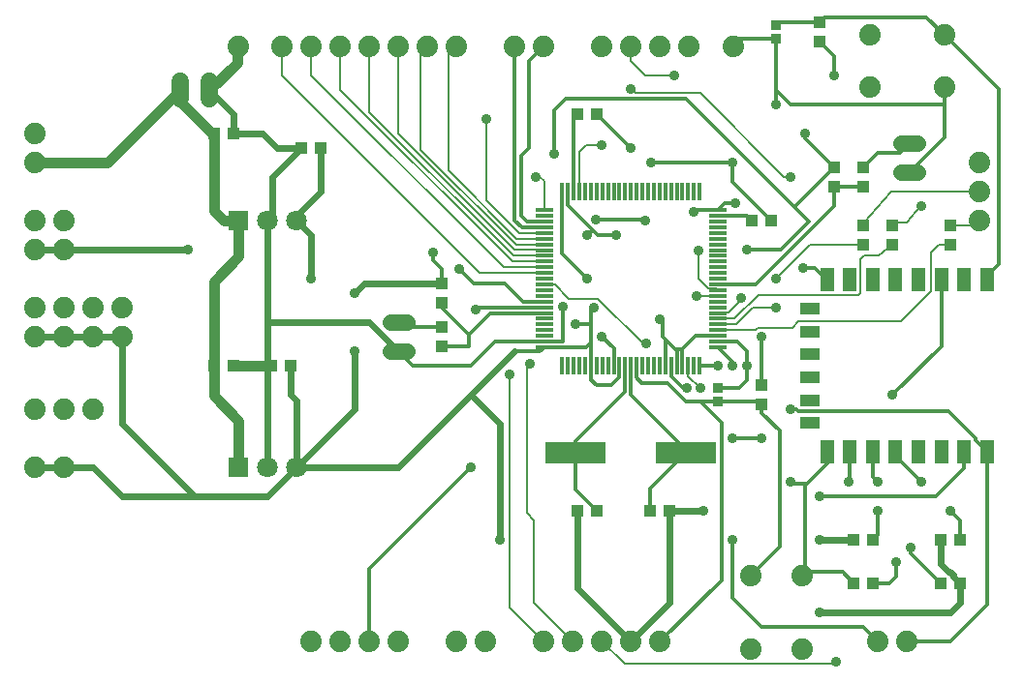
<source format=gbr>
G04 EAGLE Gerber RS-274X export*
G75*
%MOMM*%
%FSLAX34Y34*%
%LPD*%
%INTop Copper*%
%IPPOS*%
%AMOC8*
5,1,8,0,0,1.08239X$1,22.5*%
G01*
%ADD10R,0.900000X0.850000*%
%ADD11R,1.100000X1.000000*%
%ADD12R,0.300000X1.600000*%
%ADD13R,1.600000X0.300000*%
%ADD14C,1.422400*%
%ADD15C,1.524000*%
%ADD16C,1.879600*%
%ADD17R,1.000000X1.100000*%
%ADD18R,1.200000X2.000000*%
%ADD19R,1.700000X1.100000*%
%ADD20R,1.800000X1.800000*%
%ADD21C,1.800000*%
%ADD22R,5.334000X1.930400*%
%ADD23C,0.152400*%
%ADD24C,0.609600*%
%ADD25C,0.304800*%
%ADD26C,0.914400*%
%ADD27C,0.914400*%


D10*
X571500Y311700D03*
X571500Y323300D03*
X622300Y640800D03*
X622300Y629200D03*
D11*
X131200Y342900D03*
X148200Y342900D03*
X465700Y215900D03*
X448700Y215900D03*
X512200Y215900D03*
X529200Y215900D03*
X224400Y533400D03*
X207400Y533400D03*
X131200Y546100D03*
X148200Y546100D03*
X198257Y343081D03*
X181257Y343081D03*
D12*
X435300Y343100D03*
X440300Y343100D03*
X445300Y343100D03*
X450300Y343100D03*
X455300Y343100D03*
X460300Y343100D03*
X465300Y343100D03*
X470300Y343100D03*
X475300Y343100D03*
X480300Y343100D03*
X485300Y343100D03*
X490300Y343100D03*
X495300Y343100D03*
X500300Y343100D03*
X505300Y343100D03*
X510300Y343100D03*
X515300Y343100D03*
X520300Y343100D03*
X525300Y343100D03*
X530300Y343100D03*
X535300Y343100D03*
X540300Y343100D03*
X545300Y343100D03*
X550300Y343100D03*
X555300Y343100D03*
D13*
X571300Y359100D03*
X571300Y364100D03*
X571300Y369100D03*
X571300Y374100D03*
X571300Y379100D03*
X571300Y384100D03*
X571300Y389100D03*
X571300Y394100D03*
X571300Y399100D03*
X571300Y404100D03*
X571300Y409100D03*
X571300Y414100D03*
X571300Y419100D03*
X571300Y424100D03*
X571300Y429100D03*
X571300Y434100D03*
X571300Y439100D03*
X571300Y444100D03*
X571300Y449100D03*
X571300Y454100D03*
X571300Y459100D03*
X571300Y464100D03*
X571300Y469100D03*
X571300Y474100D03*
X571300Y479100D03*
D12*
X555300Y495100D03*
X550300Y495100D03*
X545300Y495100D03*
X540300Y495100D03*
X535300Y495100D03*
X530300Y495100D03*
X525300Y495100D03*
X520300Y495100D03*
X515300Y495100D03*
X510300Y495100D03*
X505300Y495100D03*
X500300Y495100D03*
X495300Y495100D03*
X490300Y495100D03*
X485300Y495100D03*
X480300Y495100D03*
X475300Y495100D03*
X470300Y495100D03*
X465300Y495100D03*
X460300Y495100D03*
X455300Y495100D03*
X450300Y495100D03*
X445300Y495100D03*
X440300Y495100D03*
X435300Y495100D03*
D13*
X419300Y479100D03*
X419300Y474100D03*
X419300Y469100D03*
X419300Y464100D03*
X419300Y459100D03*
X419300Y454100D03*
X419300Y449100D03*
X419300Y444100D03*
X419300Y439100D03*
X419300Y434100D03*
X419300Y429100D03*
X419300Y424100D03*
X419300Y419100D03*
X419300Y414100D03*
X419300Y409100D03*
X419300Y404100D03*
X419300Y399100D03*
X419300Y394100D03*
X419300Y389100D03*
X419300Y384100D03*
X419300Y379100D03*
X419300Y374100D03*
X419300Y369100D03*
X419300Y364100D03*
X419300Y359100D03*
D14*
X299212Y355600D02*
X284988Y355600D01*
X284988Y381000D02*
X299212Y381000D01*
X731549Y512358D02*
X745773Y512358D01*
X745773Y537758D02*
X731549Y537758D01*
D15*
X101600Y576580D02*
X101600Y591820D01*
X127000Y591820D02*
X127000Y576580D01*
D16*
X393700Y622300D03*
X419100Y622300D03*
D17*
X673100Y499500D03*
X673100Y516500D03*
X698500Y499500D03*
X698500Y516500D03*
X330200Y397900D03*
X330200Y414900D03*
X609600Y309000D03*
X609600Y326000D03*
D16*
X644906Y159512D03*
X644906Y94488D03*
X599694Y159512D03*
X599694Y94488D03*
X769112Y586994D03*
X704088Y586994D03*
X769112Y632206D03*
X704088Y632206D03*
D18*
X806600Y417900D03*
X786600Y417900D03*
X766600Y417900D03*
X746600Y417900D03*
X726600Y417900D03*
X706600Y417900D03*
X686600Y417900D03*
X666600Y417900D03*
X666600Y267900D03*
X686600Y267900D03*
X706600Y267900D03*
X726600Y267900D03*
X746600Y267900D03*
X766600Y267900D03*
X786600Y267900D03*
X806600Y267900D03*
D19*
X651600Y392900D03*
X651600Y372900D03*
X651600Y352900D03*
X651600Y332900D03*
X651600Y312900D03*
X651600Y292900D03*
D20*
X152400Y254000D03*
D21*
X177800Y254000D03*
X203200Y254000D03*
D20*
X152400Y469900D03*
D21*
X177800Y469900D03*
X203200Y469900D03*
D22*
X543560Y266700D03*
X447040Y266700D03*
D16*
X152400Y622300D03*
X584460Y622729D03*
D11*
X448132Y562986D03*
X465132Y562986D03*
X601100Y469900D03*
X618100Y469900D03*
D16*
X342900Y101600D03*
X800100Y520700D03*
X800100Y495300D03*
X800100Y469900D03*
X368300Y101346D03*
X342900Y622300D03*
X317500Y622300D03*
X292100Y622300D03*
X266700Y622300D03*
X241300Y622300D03*
X215900Y622300D03*
X190500Y622300D03*
X469900Y622300D03*
X495300Y622300D03*
X520700Y622300D03*
X546100Y622300D03*
D17*
X723900Y465700D03*
X723900Y448700D03*
X698500Y465700D03*
X698500Y448700D03*
X774700Y465700D03*
X774700Y448700D03*
D16*
X419100Y101600D03*
X444500Y101600D03*
X469900Y101600D03*
X520700Y101600D03*
D17*
X330200Y376800D03*
X330200Y359800D03*
D16*
X-25400Y254000D03*
X0Y254000D03*
X-25400Y304800D03*
X0Y304800D03*
X25400Y304800D03*
X495300Y101600D03*
X736600Y101600D03*
X711200Y101600D03*
D11*
X690000Y190500D03*
X707000Y190500D03*
X766200Y190500D03*
X783200Y190500D03*
X783200Y152400D03*
X766200Y152400D03*
X707000Y152400D03*
X690000Y152400D03*
D16*
X292100Y101600D03*
X266700Y101600D03*
X241300Y101600D03*
X215900Y101600D03*
X-25400Y546100D03*
X-25400Y520700D03*
X-25400Y368300D03*
X-25400Y393700D03*
X0Y368300D03*
X0Y393700D03*
X25400Y368300D03*
X25400Y393700D03*
X50800Y368300D03*
X50800Y393700D03*
X-25400Y469900D03*
X-25400Y444500D03*
X0Y469900D03*
X0Y444500D03*
D17*
X660400Y643500D03*
X660400Y626500D03*
D23*
X215900Y622300D02*
X215900Y596900D01*
X419244Y429044D02*
X419300Y429100D01*
X419244Y429044D02*
X383756Y429044D01*
X215900Y596900D01*
X190500Y596900D02*
X362966Y424434D01*
X190500Y596900D02*
X190500Y622300D01*
X418966Y424434D02*
X419300Y424100D01*
X418966Y424434D02*
X362966Y424434D01*
D24*
X203200Y312738D02*
X203200Y254000D01*
X203200Y312738D02*
X198257Y317681D01*
X198257Y343081D01*
X203200Y254000D02*
X292100Y254000D01*
X355600Y317500D01*
X393700Y355600D01*
D25*
X655828Y428752D02*
X665480Y419100D01*
X655828Y428752D02*
X645922Y428752D01*
X665480Y419100D02*
X666600Y417900D01*
D26*
X645922Y428752D03*
X586740Y485140D03*
D25*
X460300Y363636D02*
X460300Y343100D01*
X460300Y363636D02*
X460300Y381000D01*
X460300Y391000D01*
X463000Y393700D01*
D26*
X463000Y393700D03*
X520700Y383836D03*
D25*
X522600Y381936D02*
X522600Y368300D01*
X522600Y381936D02*
X520700Y383836D01*
X419300Y359100D02*
X415800Y355600D01*
X393700Y355600D01*
X419300Y359100D02*
X455764Y359100D01*
X460300Y363636D01*
X460300Y343100D02*
X460300Y330649D01*
X465300Y325649D01*
X478049Y325649D01*
X485300Y332900D02*
X485300Y343100D01*
X485300Y332900D02*
X478049Y325649D01*
X525300Y365600D02*
X533663Y357237D01*
X540300Y357237D01*
X540300Y343100D01*
X525300Y343100D02*
X525300Y365600D01*
X522600Y368300D01*
X552163Y369100D02*
X571300Y369100D01*
X552163Y369100D02*
X540300Y357237D01*
X551544Y479100D02*
X571300Y479100D01*
X551544Y479100D02*
X549709Y477266D01*
D26*
X549709Y477266D03*
D25*
X435300Y495100D02*
X435300Y441000D01*
X457200Y419100D01*
D26*
X457200Y419100D03*
X464566Y471068D03*
D25*
X506832Y471068D01*
X508000Y469900D01*
D26*
X508000Y469900D03*
D25*
X535300Y355600D02*
X535300Y343100D01*
X535300Y355600D02*
X533663Y357237D01*
X571300Y479100D02*
X577340Y485140D01*
X586740Y485140D01*
D26*
X446544Y379264D03*
D25*
X458564Y379264D01*
X460300Y381000D01*
X673100Y596900D02*
X673100Y613800D01*
D26*
X673100Y596900D03*
X647700Y546100D03*
D25*
X647700Y541900D01*
X673100Y516500D01*
X638370Y481770D01*
X651070Y469070D02*
X626500Y444500D01*
X596900Y444500D01*
D26*
X596900Y444500D03*
X609600Y368300D03*
D25*
X330200Y414900D02*
X330200Y427600D01*
X427990Y566166D02*
X438404Y576580D01*
X427990Y566166D02*
X427990Y528066D01*
X638370Y481770D02*
X651070Y469070D01*
D26*
X322580Y441960D03*
X427990Y528066D03*
D25*
X609092Y367411D02*
X609092Y326898D01*
X609600Y326000D01*
X609092Y367411D02*
X609600Y368300D01*
D26*
X254000Y355600D03*
X254000Y406400D03*
D24*
X262500Y414900D02*
X330200Y414900D01*
X262500Y414900D02*
X254000Y406400D01*
D25*
X322580Y435220D02*
X330200Y427600D01*
X322580Y435220D02*
X322580Y441960D01*
X543560Y576580D02*
X638370Y481770D01*
X543560Y576580D02*
X438404Y576580D01*
D24*
X254000Y355600D02*
X254000Y304800D01*
X203200Y254000D01*
X177800Y228600D01*
X114300Y228600D01*
X50800Y228600D01*
X25400Y254000D01*
X0Y254000D01*
X-25400Y254000D01*
X50800Y292100D02*
X114300Y228600D01*
X50800Y292100D02*
X50800Y368300D01*
X25400Y368300D01*
X0Y368300D01*
X-25400Y368300D01*
D26*
X381000Y190500D03*
D24*
X381000Y292100D01*
D26*
X660400Y190500D03*
D24*
X690000Y190500D01*
X381000Y292100D02*
X355600Y317500D01*
D26*
X660400Y127000D03*
D25*
X673100Y613800D02*
X660400Y626500D01*
D24*
X783200Y135500D02*
X774700Y127000D01*
X783200Y135500D02*
X783200Y152400D01*
X774700Y127000D02*
X660400Y127000D01*
X766200Y169400D02*
X766200Y190500D01*
X777288Y158312D02*
X783200Y152400D01*
X777288Y158312D02*
X777288Y159715D01*
X774015Y162988D01*
X772612Y162988D01*
X766200Y169400D01*
D23*
X545300Y333889D02*
X545300Y343100D01*
X545300Y333889D02*
X555593Y323596D01*
D26*
X555593Y323596D03*
D24*
X181257Y343081D02*
X177800Y339624D01*
X177800Y254000D01*
X177800Y381000D02*
X177800Y469900D01*
X177800Y381000D02*
X177800Y346538D01*
X181257Y343081D01*
X182000Y508000D02*
X207400Y533400D01*
X182000Y508000D02*
X182000Y474100D01*
X177800Y469900D01*
X148200Y546100D02*
X148200Y563000D01*
X127000Y584200D01*
D25*
X376800Y364100D02*
X419300Y364100D01*
X376800Y364100D02*
X355600Y342900D01*
X304800Y342900D01*
X292100Y355600D01*
D26*
X435428Y394970D03*
D25*
X435428Y364100D02*
X419300Y364100D01*
X435428Y364100D02*
X435428Y394970D01*
X769112Y571500D02*
X769112Y586994D01*
X769112Y571500D02*
X769112Y542810D01*
X738661Y512358D01*
X666600Y267900D02*
X666600Y257406D01*
X649097Y239903D01*
X590000Y323300D02*
X571500Y323300D01*
X596900Y330200D02*
X596900Y342900D01*
X596900Y330200D02*
X590000Y323300D01*
D26*
X596900Y342900D03*
X635000Y241300D03*
D25*
X636397Y239903D01*
X647700Y239903D01*
X649097Y239903D01*
D24*
X292100Y355600D02*
X266700Y381000D01*
X177800Y381000D01*
D27*
X181076Y342900D02*
X148200Y342900D01*
X181076Y342900D02*
X181257Y343081D01*
D25*
X596900Y342900D02*
X596900Y355600D01*
D26*
X558800Y215900D03*
D25*
X480300Y343100D02*
X480300Y357900D01*
X469900Y368300D01*
D26*
X469900Y368300D03*
D25*
X440300Y483121D02*
X440300Y495100D01*
X466221Y457200D02*
X482600Y457200D01*
D26*
X482600Y457200D03*
X495300Y533400D03*
D25*
X440300Y483121D02*
X461711Y461711D01*
X466221Y457200D01*
X622300Y584200D02*
X622300Y629200D01*
X622300Y584200D02*
X622300Y571500D01*
D26*
X622300Y571500D03*
D25*
X588400Y364100D02*
X571300Y364100D01*
X588400Y364100D02*
X596900Y355600D01*
D26*
X457200Y457200D03*
D25*
X461711Y461711D01*
X461711Y461711D01*
X590931Y629200D02*
X622300Y629200D01*
X590931Y629200D02*
X584460Y622729D01*
X465714Y562986D02*
X465132Y562986D01*
X465714Y562986D02*
X495300Y533400D01*
X584200Y503800D02*
X618100Y469900D01*
X584200Y503800D02*
X584200Y520700D01*
D26*
X584200Y520700D03*
D27*
X150997Y608197D02*
X152400Y622300D01*
X150997Y608197D02*
X127000Y584200D01*
D24*
X186300Y533400D02*
X207400Y533400D01*
X186300Y533400D02*
X173600Y546100D01*
X148200Y546100D01*
D25*
X622300Y584200D02*
X635000Y571500D01*
X769112Y571500D01*
D24*
X448700Y215900D02*
X448700Y148200D01*
X495300Y101600D01*
X529200Y135500D02*
X529200Y215900D01*
X529200Y135500D02*
X495300Y101600D01*
D26*
X512826Y520700D03*
D25*
X584200Y520700D01*
D24*
X558800Y215900D02*
X529200Y215900D01*
D25*
X647700Y239903D02*
X647700Y162306D01*
X644906Y159512D01*
X680094Y162306D02*
X690000Y152400D01*
X680094Y162306D02*
X647700Y162306D01*
D27*
X152400Y254000D02*
X152400Y295054D01*
X152400Y438600D02*
X152400Y469900D01*
X152400Y438600D02*
X130813Y417013D01*
X101600Y574040D02*
X101600Y584200D01*
X131200Y546100D02*
X131200Y478400D01*
X139700Y469900D02*
X152400Y469900D01*
X139700Y469900D02*
X131200Y478400D01*
X129540Y546100D02*
X101600Y574040D01*
X129540Y546100D02*
X131200Y546100D01*
X38100Y520700D02*
X-25400Y520700D01*
X38100Y520700D02*
X101600Y584200D01*
X130813Y316641D02*
X152400Y295054D01*
X130813Y343287D02*
X130813Y417013D01*
X130813Y343287D02*
X131200Y342900D01*
X131200Y317029D01*
X130813Y316641D01*
D24*
X224400Y495300D02*
X224400Y533400D01*
X224400Y495300D02*
X203200Y474100D01*
X203200Y469900D01*
X215900Y457200D01*
X215900Y419100D01*
D26*
X215900Y419100D03*
X108461Y444500D03*
D24*
X0Y444500D01*
X-25400Y444500D01*
D23*
X795900Y465700D02*
X800100Y469900D01*
X795900Y465700D02*
X774700Y465700D01*
D25*
X698500Y499500D02*
X673100Y499500D01*
X673100Y482600D01*
X604600Y414100D01*
X571300Y414100D01*
D23*
X419300Y449100D02*
X394732Y449100D01*
X311733Y616533D02*
X317500Y622300D01*
X311733Y616533D02*
X311733Y532098D01*
X394732Y449100D01*
X418900Y444500D02*
X419300Y444100D01*
X418900Y444500D02*
X393700Y444500D01*
X292100Y546100D01*
X292100Y622300D01*
X392660Y439100D02*
X419300Y439100D01*
X266700Y565060D02*
X266700Y622300D01*
X266700Y565060D02*
X392660Y439100D01*
X391400Y434100D02*
X419300Y434100D01*
X391400Y434100D02*
X241300Y584200D01*
X241300Y622300D01*
D25*
X530300Y343100D02*
X530300Y333300D01*
X540396Y323204D02*
X543909Y323204D01*
D26*
X543909Y323204D03*
D25*
X540396Y323204D02*
X530300Y333300D01*
X445300Y495100D02*
X445300Y560154D01*
X448132Y562986D01*
X571300Y474100D02*
X596900Y474100D01*
X601100Y469900D01*
X769112Y632206D02*
X753618Y647700D01*
X816506Y584812D02*
X816506Y431800D01*
X816506Y584812D02*
X769112Y632206D01*
X816506Y431800D02*
X806600Y421894D01*
X806600Y417900D01*
X660400Y643500D02*
X664600Y647700D01*
X753618Y647700D01*
X660400Y643500D02*
X625000Y643500D01*
X622300Y640800D01*
X419300Y389100D02*
X372200Y389100D01*
X353500Y370400D01*
X353500Y370840D01*
X353500Y370400D02*
X353500Y359800D01*
X353500Y370400D02*
X330200Y393700D01*
X330200Y397900D01*
D23*
X353060Y370840D02*
X353500Y370840D01*
X353060Y370840D02*
X353500Y370400D01*
D25*
X353500Y359800D02*
X330200Y359800D01*
X406400Y609600D02*
X419100Y622300D01*
X406400Y609600D02*
X406400Y533400D01*
X404274Y469100D02*
X419300Y469100D01*
X404274Y469100D02*
X399600Y473774D01*
X399600Y526600D01*
X406400Y533400D01*
X393700Y470316D02*
X393700Y622300D01*
X393700Y470316D02*
X399916Y464100D01*
X419300Y464100D01*
X500300Y343100D02*
X500300Y332441D01*
X504676Y328065D02*
X526835Y328065D01*
X543200Y311700D01*
X555900Y311700D02*
X571500Y311700D01*
X555900Y311700D02*
X543200Y311700D01*
X504676Y328065D02*
X500300Y332441D01*
X571500Y311700D02*
X606900Y311700D01*
X609600Y309000D01*
X609600Y301888D02*
X625094Y286394D01*
X609600Y301888D02*
X609600Y309000D01*
X625094Y286394D02*
X625094Y184912D01*
X620141Y179959D01*
X599694Y159512D01*
X574294Y155194D02*
X520700Y101600D01*
X574294Y293306D02*
X555900Y311700D01*
X574294Y293306D02*
X574294Y155194D01*
X512200Y235340D02*
X543560Y266700D01*
X512200Y235340D02*
X512200Y215900D01*
X495300Y317500D02*
X495300Y343100D01*
X495300Y317500D02*
X543560Y269240D01*
X543560Y266700D01*
X490300Y320153D02*
X490300Y343100D01*
X490300Y320153D02*
X447040Y276893D01*
X447040Y266700D01*
X447040Y234560D02*
X465700Y215900D01*
X447040Y234560D02*
X447040Y266700D01*
X730102Y529200D02*
X738661Y537758D01*
X730102Y529200D02*
X711200Y529200D01*
X698500Y516500D01*
X330200Y376800D02*
X296300Y376800D01*
X292100Y381000D01*
X766600Y360200D02*
X766600Y417900D01*
X766600Y360200D02*
X723900Y317500D01*
D26*
X723900Y317500D03*
X739902Y184150D03*
D25*
X739902Y178698D01*
X766200Y152400D01*
D26*
X591746Y402416D03*
D23*
X571498Y389298D02*
X571300Y389100D01*
X571498Y389298D02*
X580668Y389298D01*
X591746Y400376D01*
X591746Y402416D01*
D26*
X345387Y427552D03*
D25*
X401000Y399100D02*
X419300Y399100D01*
X385248Y414852D02*
X358087Y414852D01*
X345387Y427552D01*
X385248Y414852D02*
X401000Y399100D01*
X419300Y394100D02*
X361598Y394100D01*
X359369Y391871D01*
D26*
X359369Y391871D03*
X355600Y254000D03*
D25*
X266700Y165100D01*
X266700Y101600D01*
D23*
X395479Y454100D02*
X419300Y454100D01*
X395479Y454100D02*
X335890Y513690D01*
X335890Y615290D02*
X342900Y622300D01*
X335890Y615290D02*
X335890Y513690D01*
X722906Y495300D02*
X800100Y495300D01*
X722906Y495300D02*
X698500Y467478D01*
X698500Y465700D01*
X736600Y468235D02*
X748575Y482600D01*
X736600Y468235D02*
X726435Y468235D01*
X723900Y465700D01*
X748575Y482600D02*
X749300Y482600D01*
D26*
X749300Y482600D03*
D25*
X786600Y267900D02*
X786600Y253200D01*
X762000Y228600D01*
X660400Y228600D01*
D26*
X660400Y228600D03*
X571500Y342900D03*
D25*
X571300Y343100D02*
X555300Y343100D01*
X571300Y343100D02*
X571500Y342900D01*
D26*
X584200Y190500D03*
D25*
X584200Y139700D01*
X609600Y114300D01*
X698500Y114300D02*
X711200Y101600D01*
X698500Y114300D02*
X609600Y114300D01*
X796664Y277836D02*
X806600Y267900D01*
X796664Y277836D02*
X796664Y279583D01*
X641417Y303336D02*
X639953Y304800D01*
X635000Y304800D01*
X772911Y303336D02*
X796664Y279583D01*
X772911Y303336D02*
X641417Y303336D01*
D26*
X635000Y304800D03*
X609600Y279400D03*
D25*
X584200Y279400D01*
D26*
X584200Y279400D03*
X584200Y342900D03*
D25*
X584200Y346200D02*
X571300Y359100D01*
X584200Y346200D02*
X584200Y342900D01*
X806600Y267900D02*
X806600Y133500D01*
X774700Y101600D01*
X736600Y101600D01*
D23*
X419300Y459100D02*
X419126Y459274D01*
X397917Y459274D01*
X369164Y488028D01*
X369164Y558800D01*
D26*
X369164Y558800D03*
D23*
X552464Y404100D02*
X571300Y404100D01*
X552464Y404100D02*
X552450Y404114D01*
D26*
X552450Y404114D03*
X553902Y443738D03*
D23*
X570110Y410290D02*
X571300Y409100D01*
X570110Y410290D02*
X562377Y410290D01*
X553902Y418765D01*
X553902Y443738D01*
D26*
X533400Y596900D03*
D23*
X508000Y596900D01*
X495300Y609600D01*
X495300Y622300D01*
X571300Y374100D02*
X604264Y374100D01*
X606338Y376174D01*
X764030Y448700D02*
X774700Y448700D01*
X764030Y448700D02*
X757298Y441968D01*
X641732Y381702D02*
X636204Y376174D01*
X606338Y376174D01*
X641732Y381702D02*
X731072Y381702D01*
X757298Y407928D01*
X757298Y441968D01*
D26*
X622300Y393700D03*
D23*
X571498Y379298D02*
X571300Y379100D01*
X601378Y393700D02*
X622300Y393700D01*
X586976Y379298D02*
X571498Y379298D01*
X586976Y379298D02*
X601378Y393700D01*
D26*
X622300Y419100D03*
D23*
X651900Y448700D02*
X698500Y448700D01*
X651900Y448700D02*
X622300Y419100D01*
X693968Y404598D02*
X695902Y406532D01*
X586030Y384100D02*
X571300Y384100D01*
X586030Y384100D02*
X606528Y404598D01*
X711559Y439171D02*
X723900Y448700D01*
X711559Y439171D02*
X698859Y439171D01*
X695902Y436214D01*
X693968Y404598D02*
X606528Y404598D01*
X695902Y406532D02*
X695902Y436214D01*
D26*
X509016Y362022D03*
D23*
X419498Y413902D02*
X419300Y414100D01*
X419498Y413902D02*
X428668Y413902D01*
X440996Y401574D01*
X466262Y401574D01*
X505814Y362022D02*
X509016Y362022D01*
X505814Y362022D02*
X466262Y401574D01*
D26*
X389116Y335629D03*
D23*
X389116Y131584D01*
X419100Y101600D01*
D26*
X469900Y535612D03*
D23*
X450498Y495298D02*
X450300Y495100D01*
X450498Y495298D02*
X450498Y529868D01*
X456242Y535612D01*
X469900Y535612D01*
D26*
X495300Y585216D03*
X635000Y508000D03*
D23*
X499110Y581406D02*
X495300Y585216D01*
X499110Y581406D02*
X555719Y581406D01*
X629125Y508000D02*
X635000Y508000D01*
X629125Y508000D02*
X555719Y581406D01*
D26*
X674584Y84074D03*
D23*
X672298Y81788D01*
X584200Y81788D01*
X581733Y81788D01*
X489712Y81788D01*
X469900Y101600D01*
X419300Y479100D02*
X419300Y504500D01*
X415800Y508000D01*
X412496Y508000D01*
D26*
X412496Y508000D03*
X407164Y344519D03*
D23*
X404368Y341724D01*
X404368Y214122D01*
X410718Y207772D01*
X410718Y135382D01*
X444500Y101600D01*
D25*
X726600Y264000D02*
X726600Y267900D01*
X726600Y264000D02*
X749300Y241300D01*
D26*
X749300Y241300D03*
X774700Y215900D03*
D25*
X783200Y207400D01*
X783200Y190500D01*
X706600Y245900D02*
X706600Y267900D01*
X706600Y245900D02*
X711200Y241300D01*
D26*
X711200Y241300D03*
X711200Y215900D03*
D25*
X711200Y194700D01*
X707000Y190500D01*
X686600Y242100D02*
X686600Y267900D01*
X686600Y242100D02*
X685800Y241300D01*
D26*
X685800Y241300D03*
X727456Y171196D03*
D25*
X727456Y158496D01*
X721360Y152400D01*
X707000Y152400D01*
M02*

</source>
